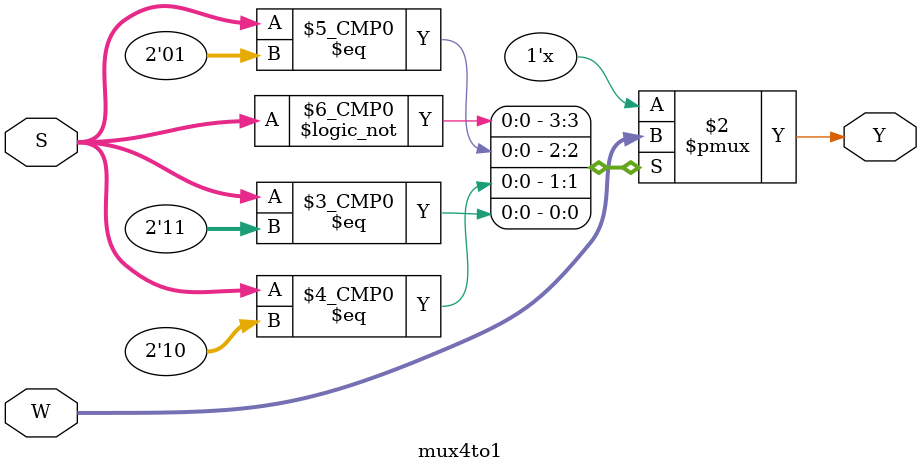
<source format=v>
module mux4to1(W,S,Y);
input [0:3]W;
input [1:0]S;
output reg Y;

always @(S or W)
  case(S)
   0:Y=W[0];
   1:Y=W[1];
   2:Y=W[2];
   3:Y=W[3];
   default:Y=0;
  endcase
endmodule



</source>
